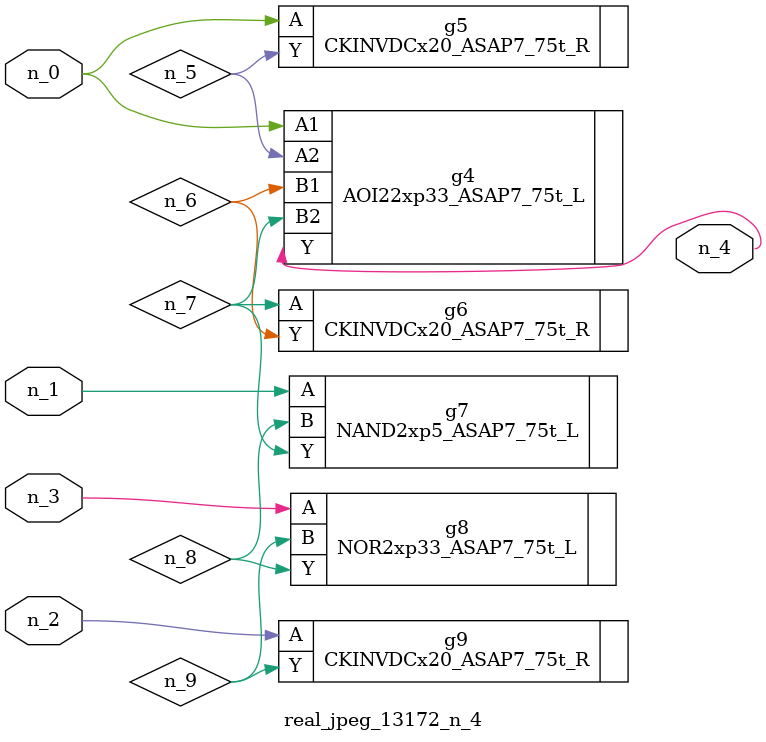
<source format=v>
module real_jpeg_13172_n_4 (n_3, n_1, n_0, n_2, n_4);

input n_3;
input n_1;
input n_0;
input n_2;

output n_4;

wire n_5;
wire n_8;
wire n_6;
wire n_7;
wire n_9;

AOI22xp33_ASAP7_75t_L g4 ( 
.A1(n_0),
.A2(n_5),
.B1(n_6),
.B2(n_7),
.Y(n_4)
);

CKINVDCx20_ASAP7_75t_R g5 ( 
.A(n_0),
.Y(n_5)
);

NAND2xp5_ASAP7_75t_L g7 ( 
.A(n_1),
.B(n_8),
.Y(n_7)
);

CKINVDCx20_ASAP7_75t_R g9 ( 
.A(n_2),
.Y(n_9)
);

NOR2xp33_ASAP7_75t_L g8 ( 
.A(n_3),
.B(n_9),
.Y(n_8)
);

CKINVDCx20_ASAP7_75t_R g6 ( 
.A(n_7),
.Y(n_6)
);


endmodule
</source>
